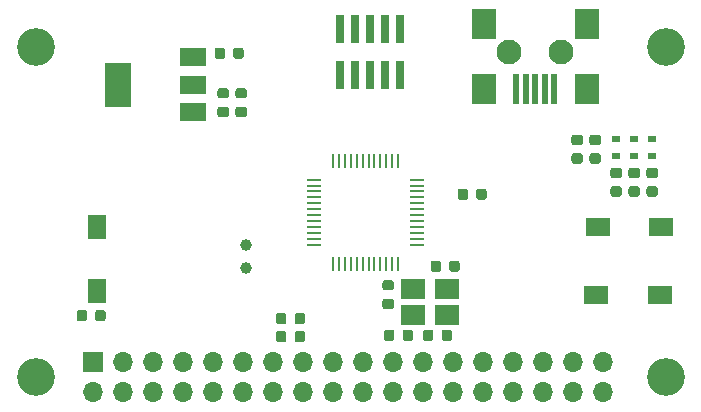
<source format=gts>
G04 #@! TF.GenerationSoftware,KiCad,Pcbnew,(5.0.0)*
G04 #@! TF.CreationDate,2018-09-15T00:01:03-04:00*
G04 #@! TF.ProjectId,EFMPod,45464D506F642E6B696361645F706362,rev?*
G04 #@! TF.SameCoordinates,Original*
G04 #@! TF.FileFunction,Soldermask,Top*
G04 #@! TF.FilePolarity,Negative*
%FSLAX46Y46*%
G04 Gerber Fmt 4.6, Leading zero omitted, Abs format (unit mm)*
G04 Created by KiCad (PCBNEW (5.0.0)) date 09/15/18 00:01:03*
%MOMM*%
%LPD*%
G01*
G04 APERTURE LIST*
%ADD10C,0.100000*%
%ADD11C,0.875000*%
%ADD12R,1.700000X1.700000*%
%ADD13O,1.700000X1.700000*%
%ADD14R,1.600000X2.000000*%
%ADD15R,2.000000X1.600000*%
%ADD16C,1.000000*%
%ADD17R,1.300000X0.250000*%
%ADD18R,0.250000X1.300000*%
%ADD19R,0.800000X0.600000*%
%ADD20R,2.000000X2.500000*%
%ADD21R,0.500000X2.500000*%
%ADD22C,2.100000*%
%ADD23R,2.200000X1.500000*%
%ADD24R,2.200000X3.800000*%
%ADD25C,3.200000*%
%ADD26R,0.740000X2.400000*%
%ADD27R,2.100000X1.800000*%
G04 APERTURE END LIST*
D10*
G04 #@! TO.C,C2*
G36*
X145375691Y-71154053D02*
X145396926Y-71157203D01*
X145417750Y-71162419D01*
X145437962Y-71169651D01*
X145457368Y-71178830D01*
X145475781Y-71189866D01*
X145493024Y-71202654D01*
X145508930Y-71217070D01*
X145523346Y-71232976D01*
X145536134Y-71250219D01*
X145547170Y-71268632D01*
X145556349Y-71288038D01*
X145563581Y-71308250D01*
X145568797Y-71329074D01*
X145571947Y-71350309D01*
X145573000Y-71371750D01*
X145573000Y-71884250D01*
X145571947Y-71905691D01*
X145568797Y-71926926D01*
X145563581Y-71947750D01*
X145556349Y-71967962D01*
X145547170Y-71987368D01*
X145536134Y-72005781D01*
X145523346Y-72023024D01*
X145508930Y-72038930D01*
X145493024Y-72053346D01*
X145475781Y-72066134D01*
X145457368Y-72077170D01*
X145437962Y-72086349D01*
X145417750Y-72093581D01*
X145396926Y-72098797D01*
X145375691Y-72101947D01*
X145354250Y-72103000D01*
X144916750Y-72103000D01*
X144895309Y-72101947D01*
X144874074Y-72098797D01*
X144853250Y-72093581D01*
X144833038Y-72086349D01*
X144813632Y-72077170D01*
X144795219Y-72066134D01*
X144777976Y-72053346D01*
X144762070Y-72038930D01*
X144747654Y-72023024D01*
X144734866Y-72005781D01*
X144723830Y-71987368D01*
X144714651Y-71967962D01*
X144707419Y-71947750D01*
X144702203Y-71926926D01*
X144699053Y-71905691D01*
X144698000Y-71884250D01*
X144698000Y-71371750D01*
X144699053Y-71350309D01*
X144702203Y-71329074D01*
X144707419Y-71308250D01*
X144714651Y-71288038D01*
X144723830Y-71268632D01*
X144734866Y-71250219D01*
X144747654Y-71232976D01*
X144762070Y-71217070D01*
X144777976Y-71202654D01*
X144795219Y-71189866D01*
X144813632Y-71178830D01*
X144833038Y-71169651D01*
X144853250Y-71162419D01*
X144874074Y-71157203D01*
X144895309Y-71154053D01*
X144916750Y-71153000D01*
X145354250Y-71153000D01*
X145375691Y-71154053D01*
X145375691Y-71154053D01*
G37*
D11*
X145135500Y-71628000D03*
D10*
G36*
X146950691Y-71154053D02*
X146971926Y-71157203D01*
X146992750Y-71162419D01*
X147012962Y-71169651D01*
X147032368Y-71178830D01*
X147050781Y-71189866D01*
X147068024Y-71202654D01*
X147083930Y-71217070D01*
X147098346Y-71232976D01*
X147111134Y-71250219D01*
X147122170Y-71268632D01*
X147131349Y-71288038D01*
X147138581Y-71308250D01*
X147143797Y-71329074D01*
X147146947Y-71350309D01*
X147148000Y-71371750D01*
X147148000Y-71884250D01*
X147146947Y-71905691D01*
X147143797Y-71926926D01*
X147138581Y-71947750D01*
X147131349Y-71967962D01*
X147122170Y-71987368D01*
X147111134Y-72005781D01*
X147098346Y-72023024D01*
X147083930Y-72038930D01*
X147068024Y-72053346D01*
X147050781Y-72066134D01*
X147032368Y-72077170D01*
X147012962Y-72086349D01*
X146992750Y-72093581D01*
X146971926Y-72098797D01*
X146950691Y-72101947D01*
X146929250Y-72103000D01*
X146491750Y-72103000D01*
X146470309Y-72101947D01*
X146449074Y-72098797D01*
X146428250Y-72093581D01*
X146408038Y-72086349D01*
X146388632Y-72077170D01*
X146370219Y-72066134D01*
X146352976Y-72053346D01*
X146337070Y-72038930D01*
X146322654Y-72023024D01*
X146309866Y-72005781D01*
X146298830Y-71987368D01*
X146289651Y-71967962D01*
X146282419Y-71947750D01*
X146277203Y-71926926D01*
X146274053Y-71905691D01*
X146273000Y-71884250D01*
X146273000Y-71371750D01*
X146274053Y-71350309D01*
X146277203Y-71329074D01*
X146282419Y-71308250D01*
X146289651Y-71288038D01*
X146298830Y-71268632D01*
X146309866Y-71250219D01*
X146322654Y-71232976D01*
X146337070Y-71217070D01*
X146352976Y-71202654D01*
X146370219Y-71189866D01*
X146388632Y-71178830D01*
X146408038Y-71169651D01*
X146428250Y-71162419D01*
X146449074Y-71157203D01*
X146470309Y-71154053D01*
X146491750Y-71153000D01*
X146929250Y-71153000D01*
X146950691Y-71154053D01*
X146950691Y-71154053D01*
G37*
D11*
X146710500Y-71628000D03*
G04 #@! TD*
D10*
G04 #@! TO.C,C3*
G36*
X147216691Y-76170053D02*
X147237926Y-76173203D01*
X147258750Y-76178419D01*
X147278962Y-76185651D01*
X147298368Y-76194830D01*
X147316781Y-76205866D01*
X147334024Y-76218654D01*
X147349930Y-76233070D01*
X147364346Y-76248976D01*
X147377134Y-76266219D01*
X147388170Y-76284632D01*
X147397349Y-76304038D01*
X147404581Y-76324250D01*
X147409797Y-76345074D01*
X147412947Y-76366309D01*
X147414000Y-76387750D01*
X147414000Y-76825250D01*
X147412947Y-76846691D01*
X147409797Y-76867926D01*
X147404581Y-76888750D01*
X147397349Y-76908962D01*
X147388170Y-76928368D01*
X147377134Y-76946781D01*
X147364346Y-76964024D01*
X147349930Y-76979930D01*
X147334024Y-76994346D01*
X147316781Y-77007134D01*
X147298368Y-77018170D01*
X147278962Y-77027349D01*
X147258750Y-77034581D01*
X147237926Y-77039797D01*
X147216691Y-77042947D01*
X147195250Y-77044000D01*
X146682750Y-77044000D01*
X146661309Y-77042947D01*
X146640074Y-77039797D01*
X146619250Y-77034581D01*
X146599038Y-77027349D01*
X146579632Y-77018170D01*
X146561219Y-77007134D01*
X146543976Y-76994346D01*
X146528070Y-76979930D01*
X146513654Y-76964024D01*
X146500866Y-76946781D01*
X146489830Y-76928368D01*
X146480651Y-76908962D01*
X146473419Y-76888750D01*
X146468203Y-76867926D01*
X146465053Y-76846691D01*
X146464000Y-76825250D01*
X146464000Y-76387750D01*
X146465053Y-76366309D01*
X146468203Y-76345074D01*
X146473419Y-76324250D01*
X146480651Y-76304038D01*
X146489830Y-76284632D01*
X146500866Y-76266219D01*
X146513654Y-76248976D01*
X146528070Y-76233070D01*
X146543976Y-76218654D01*
X146561219Y-76205866D01*
X146579632Y-76194830D01*
X146599038Y-76185651D01*
X146619250Y-76178419D01*
X146640074Y-76173203D01*
X146661309Y-76170053D01*
X146682750Y-76169000D01*
X147195250Y-76169000D01*
X147216691Y-76170053D01*
X147216691Y-76170053D01*
G37*
D11*
X146939000Y-76606500D03*
D10*
G36*
X147216691Y-74595053D02*
X147237926Y-74598203D01*
X147258750Y-74603419D01*
X147278962Y-74610651D01*
X147298368Y-74619830D01*
X147316781Y-74630866D01*
X147334024Y-74643654D01*
X147349930Y-74658070D01*
X147364346Y-74673976D01*
X147377134Y-74691219D01*
X147388170Y-74709632D01*
X147397349Y-74729038D01*
X147404581Y-74749250D01*
X147409797Y-74770074D01*
X147412947Y-74791309D01*
X147414000Y-74812750D01*
X147414000Y-75250250D01*
X147412947Y-75271691D01*
X147409797Y-75292926D01*
X147404581Y-75313750D01*
X147397349Y-75333962D01*
X147388170Y-75353368D01*
X147377134Y-75371781D01*
X147364346Y-75389024D01*
X147349930Y-75404930D01*
X147334024Y-75419346D01*
X147316781Y-75432134D01*
X147298368Y-75443170D01*
X147278962Y-75452349D01*
X147258750Y-75459581D01*
X147237926Y-75464797D01*
X147216691Y-75467947D01*
X147195250Y-75469000D01*
X146682750Y-75469000D01*
X146661309Y-75467947D01*
X146640074Y-75464797D01*
X146619250Y-75459581D01*
X146599038Y-75452349D01*
X146579632Y-75443170D01*
X146561219Y-75432134D01*
X146543976Y-75419346D01*
X146528070Y-75404930D01*
X146513654Y-75389024D01*
X146500866Y-75371781D01*
X146489830Y-75353368D01*
X146480651Y-75333962D01*
X146473419Y-75313750D01*
X146468203Y-75292926D01*
X146465053Y-75271691D01*
X146464000Y-75250250D01*
X146464000Y-74812750D01*
X146465053Y-74791309D01*
X146468203Y-74770074D01*
X146473419Y-74749250D01*
X146480651Y-74729038D01*
X146489830Y-74709632D01*
X146500866Y-74691219D01*
X146513654Y-74673976D01*
X146528070Y-74658070D01*
X146543976Y-74643654D01*
X146561219Y-74630866D01*
X146579632Y-74619830D01*
X146599038Y-74610651D01*
X146619250Y-74603419D01*
X146640074Y-74598203D01*
X146661309Y-74595053D01*
X146682750Y-74594000D01*
X147195250Y-74594000D01*
X147216691Y-74595053D01*
X147216691Y-74595053D01*
G37*
D11*
X146939000Y-75031500D03*
G04 #@! TD*
D10*
G04 #@! TO.C,C4*
G36*
X145692691Y-74595053D02*
X145713926Y-74598203D01*
X145734750Y-74603419D01*
X145754962Y-74610651D01*
X145774368Y-74619830D01*
X145792781Y-74630866D01*
X145810024Y-74643654D01*
X145825930Y-74658070D01*
X145840346Y-74673976D01*
X145853134Y-74691219D01*
X145864170Y-74709632D01*
X145873349Y-74729038D01*
X145880581Y-74749250D01*
X145885797Y-74770074D01*
X145888947Y-74791309D01*
X145890000Y-74812750D01*
X145890000Y-75250250D01*
X145888947Y-75271691D01*
X145885797Y-75292926D01*
X145880581Y-75313750D01*
X145873349Y-75333962D01*
X145864170Y-75353368D01*
X145853134Y-75371781D01*
X145840346Y-75389024D01*
X145825930Y-75404930D01*
X145810024Y-75419346D01*
X145792781Y-75432134D01*
X145774368Y-75443170D01*
X145754962Y-75452349D01*
X145734750Y-75459581D01*
X145713926Y-75464797D01*
X145692691Y-75467947D01*
X145671250Y-75469000D01*
X145158750Y-75469000D01*
X145137309Y-75467947D01*
X145116074Y-75464797D01*
X145095250Y-75459581D01*
X145075038Y-75452349D01*
X145055632Y-75443170D01*
X145037219Y-75432134D01*
X145019976Y-75419346D01*
X145004070Y-75404930D01*
X144989654Y-75389024D01*
X144976866Y-75371781D01*
X144965830Y-75353368D01*
X144956651Y-75333962D01*
X144949419Y-75313750D01*
X144944203Y-75292926D01*
X144941053Y-75271691D01*
X144940000Y-75250250D01*
X144940000Y-74812750D01*
X144941053Y-74791309D01*
X144944203Y-74770074D01*
X144949419Y-74749250D01*
X144956651Y-74729038D01*
X144965830Y-74709632D01*
X144976866Y-74691219D01*
X144989654Y-74673976D01*
X145004070Y-74658070D01*
X145019976Y-74643654D01*
X145037219Y-74630866D01*
X145055632Y-74619830D01*
X145075038Y-74610651D01*
X145095250Y-74603419D01*
X145116074Y-74598203D01*
X145137309Y-74595053D01*
X145158750Y-74594000D01*
X145671250Y-74594000D01*
X145692691Y-74595053D01*
X145692691Y-74595053D01*
G37*
D11*
X145415000Y-75031500D03*
D10*
G36*
X145692691Y-76170053D02*
X145713926Y-76173203D01*
X145734750Y-76178419D01*
X145754962Y-76185651D01*
X145774368Y-76194830D01*
X145792781Y-76205866D01*
X145810024Y-76218654D01*
X145825930Y-76233070D01*
X145840346Y-76248976D01*
X145853134Y-76266219D01*
X145864170Y-76284632D01*
X145873349Y-76304038D01*
X145880581Y-76324250D01*
X145885797Y-76345074D01*
X145888947Y-76366309D01*
X145890000Y-76387750D01*
X145890000Y-76825250D01*
X145888947Y-76846691D01*
X145885797Y-76867926D01*
X145880581Y-76888750D01*
X145873349Y-76908962D01*
X145864170Y-76928368D01*
X145853134Y-76946781D01*
X145840346Y-76964024D01*
X145825930Y-76979930D01*
X145810024Y-76994346D01*
X145792781Y-77007134D01*
X145774368Y-77018170D01*
X145754962Y-77027349D01*
X145734750Y-77034581D01*
X145713926Y-77039797D01*
X145692691Y-77042947D01*
X145671250Y-77044000D01*
X145158750Y-77044000D01*
X145137309Y-77042947D01*
X145116074Y-77039797D01*
X145095250Y-77034581D01*
X145075038Y-77027349D01*
X145055632Y-77018170D01*
X145037219Y-77007134D01*
X145019976Y-76994346D01*
X145004070Y-76979930D01*
X144989654Y-76964024D01*
X144976866Y-76946781D01*
X144965830Y-76928368D01*
X144956651Y-76908962D01*
X144949419Y-76888750D01*
X144944203Y-76867926D01*
X144941053Y-76846691D01*
X144940000Y-76825250D01*
X144940000Y-76387750D01*
X144941053Y-76366309D01*
X144944203Y-76345074D01*
X144949419Y-76324250D01*
X144956651Y-76304038D01*
X144965830Y-76284632D01*
X144976866Y-76266219D01*
X144989654Y-76248976D01*
X145004070Y-76233070D01*
X145019976Y-76218654D01*
X145037219Y-76205866D01*
X145055632Y-76194830D01*
X145075038Y-76185651D01*
X145095250Y-76178419D01*
X145116074Y-76173203D01*
X145137309Y-76170053D01*
X145158750Y-76169000D01*
X145671250Y-76169000D01*
X145692691Y-76170053D01*
X145692691Y-76170053D01*
G37*
D11*
X145415000Y-76606500D03*
G04 #@! TD*
D10*
G04 #@! TO.C,C15*
G36*
X165949691Y-83092053D02*
X165970926Y-83095203D01*
X165991750Y-83100419D01*
X166011962Y-83107651D01*
X166031368Y-83116830D01*
X166049781Y-83127866D01*
X166067024Y-83140654D01*
X166082930Y-83155070D01*
X166097346Y-83170976D01*
X166110134Y-83188219D01*
X166121170Y-83206632D01*
X166130349Y-83226038D01*
X166137581Y-83246250D01*
X166142797Y-83267074D01*
X166145947Y-83288309D01*
X166147000Y-83309750D01*
X166147000Y-83822250D01*
X166145947Y-83843691D01*
X166142797Y-83864926D01*
X166137581Y-83885750D01*
X166130349Y-83905962D01*
X166121170Y-83925368D01*
X166110134Y-83943781D01*
X166097346Y-83961024D01*
X166082930Y-83976930D01*
X166067024Y-83991346D01*
X166049781Y-84004134D01*
X166031368Y-84015170D01*
X166011962Y-84024349D01*
X165991750Y-84031581D01*
X165970926Y-84036797D01*
X165949691Y-84039947D01*
X165928250Y-84041000D01*
X165490750Y-84041000D01*
X165469309Y-84039947D01*
X165448074Y-84036797D01*
X165427250Y-84031581D01*
X165407038Y-84024349D01*
X165387632Y-84015170D01*
X165369219Y-84004134D01*
X165351976Y-83991346D01*
X165336070Y-83976930D01*
X165321654Y-83961024D01*
X165308866Y-83943781D01*
X165297830Y-83925368D01*
X165288651Y-83905962D01*
X165281419Y-83885750D01*
X165276203Y-83864926D01*
X165273053Y-83843691D01*
X165272000Y-83822250D01*
X165272000Y-83309750D01*
X165273053Y-83288309D01*
X165276203Y-83267074D01*
X165281419Y-83246250D01*
X165288651Y-83226038D01*
X165297830Y-83206632D01*
X165308866Y-83188219D01*
X165321654Y-83170976D01*
X165336070Y-83155070D01*
X165351976Y-83140654D01*
X165369219Y-83127866D01*
X165387632Y-83116830D01*
X165407038Y-83107651D01*
X165427250Y-83100419D01*
X165448074Y-83095203D01*
X165469309Y-83092053D01*
X165490750Y-83091000D01*
X165928250Y-83091000D01*
X165949691Y-83092053D01*
X165949691Y-83092053D01*
G37*
D11*
X165709500Y-83566000D03*
D10*
G36*
X167524691Y-83092053D02*
X167545926Y-83095203D01*
X167566750Y-83100419D01*
X167586962Y-83107651D01*
X167606368Y-83116830D01*
X167624781Y-83127866D01*
X167642024Y-83140654D01*
X167657930Y-83155070D01*
X167672346Y-83170976D01*
X167685134Y-83188219D01*
X167696170Y-83206632D01*
X167705349Y-83226038D01*
X167712581Y-83246250D01*
X167717797Y-83267074D01*
X167720947Y-83288309D01*
X167722000Y-83309750D01*
X167722000Y-83822250D01*
X167720947Y-83843691D01*
X167717797Y-83864926D01*
X167712581Y-83885750D01*
X167705349Y-83905962D01*
X167696170Y-83925368D01*
X167685134Y-83943781D01*
X167672346Y-83961024D01*
X167657930Y-83976930D01*
X167642024Y-83991346D01*
X167624781Y-84004134D01*
X167606368Y-84015170D01*
X167586962Y-84024349D01*
X167566750Y-84031581D01*
X167545926Y-84036797D01*
X167524691Y-84039947D01*
X167503250Y-84041000D01*
X167065750Y-84041000D01*
X167044309Y-84039947D01*
X167023074Y-84036797D01*
X167002250Y-84031581D01*
X166982038Y-84024349D01*
X166962632Y-84015170D01*
X166944219Y-84004134D01*
X166926976Y-83991346D01*
X166911070Y-83976930D01*
X166896654Y-83961024D01*
X166883866Y-83943781D01*
X166872830Y-83925368D01*
X166863651Y-83905962D01*
X166856419Y-83885750D01*
X166851203Y-83864926D01*
X166848053Y-83843691D01*
X166847000Y-83822250D01*
X166847000Y-83309750D01*
X166848053Y-83288309D01*
X166851203Y-83267074D01*
X166856419Y-83246250D01*
X166863651Y-83226038D01*
X166872830Y-83206632D01*
X166883866Y-83188219D01*
X166896654Y-83170976D01*
X166911070Y-83155070D01*
X166926976Y-83140654D01*
X166944219Y-83127866D01*
X166962632Y-83116830D01*
X166982038Y-83107651D01*
X167002250Y-83100419D01*
X167023074Y-83095203D01*
X167044309Y-83092053D01*
X167065750Y-83091000D01*
X167503250Y-83091000D01*
X167524691Y-83092053D01*
X167524691Y-83092053D01*
G37*
D11*
X167284500Y-83566000D03*
G04 #@! TD*
D10*
G04 #@! TO.C,C16*
G36*
X163663691Y-89188053D02*
X163684926Y-89191203D01*
X163705750Y-89196419D01*
X163725962Y-89203651D01*
X163745368Y-89212830D01*
X163763781Y-89223866D01*
X163781024Y-89236654D01*
X163796930Y-89251070D01*
X163811346Y-89266976D01*
X163824134Y-89284219D01*
X163835170Y-89302632D01*
X163844349Y-89322038D01*
X163851581Y-89342250D01*
X163856797Y-89363074D01*
X163859947Y-89384309D01*
X163861000Y-89405750D01*
X163861000Y-89918250D01*
X163859947Y-89939691D01*
X163856797Y-89960926D01*
X163851581Y-89981750D01*
X163844349Y-90001962D01*
X163835170Y-90021368D01*
X163824134Y-90039781D01*
X163811346Y-90057024D01*
X163796930Y-90072930D01*
X163781024Y-90087346D01*
X163763781Y-90100134D01*
X163745368Y-90111170D01*
X163725962Y-90120349D01*
X163705750Y-90127581D01*
X163684926Y-90132797D01*
X163663691Y-90135947D01*
X163642250Y-90137000D01*
X163204750Y-90137000D01*
X163183309Y-90135947D01*
X163162074Y-90132797D01*
X163141250Y-90127581D01*
X163121038Y-90120349D01*
X163101632Y-90111170D01*
X163083219Y-90100134D01*
X163065976Y-90087346D01*
X163050070Y-90072930D01*
X163035654Y-90057024D01*
X163022866Y-90039781D01*
X163011830Y-90021368D01*
X163002651Y-90001962D01*
X162995419Y-89981750D01*
X162990203Y-89960926D01*
X162987053Y-89939691D01*
X162986000Y-89918250D01*
X162986000Y-89405750D01*
X162987053Y-89384309D01*
X162990203Y-89363074D01*
X162995419Y-89342250D01*
X163002651Y-89322038D01*
X163011830Y-89302632D01*
X163022866Y-89284219D01*
X163035654Y-89266976D01*
X163050070Y-89251070D01*
X163065976Y-89236654D01*
X163083219Y-89223866D01*
X163101632Y-89212830D01*
X163121038Y-89203651D01*
X163141250Y-89196419D01*
X163162074Y-89191203D01*
X163183309Y-89188053D01*
X163204750Y-89187000D01*
X163642250Y-89187000D01*
X163663691Y-89188053D01*
X163663691Y-89188053D01*
G37*
D11*
X163423500Y-89662000D03*
D10*
G36*
X165238691Y-89188053D02*
X165259926Y-89191203D01*
X165280750Y-89196419D01*
X165300962Y-89203651D01*
X165320368Y-89212830D01*
X165338781Y-89223866D01*
X165356024Y-89236654D01*
X165371930Y-89251070D01*
X165386346Y-89266976D01*
X165399134Y-89284219D01*
X165410170Y-89302632D01*
X165419349Y-89322038D01*
X165426581Y-89342250D01*
X165431797Y-89363074D01*
X165434947Y-89384309D01*
X165436000Y-89405750D01*
X165436000Y-89918250D01*
X165434947Y-89939691D01*
X165431797Y-89960926D01*
X165426581Y-89981750D01*
X165419349Y-90001962D01*
X165410170Y-90021368D01*
X165399134Y-90039781D01*
X165386346Y-90057024D01*
X165371930Y-90072930D01*
X165356024Y-90087346D01*
X165338781Y-90100134D01*
X165320368Y-90111170D01*
X165300962Y-90120349D01*
X165280750Y-90127581D01*
X165259926Y-90132797D01*
X165238691Y-90135947D01*
X165217250Y-90137000D01*
X164779750Y-90137000D01*
X164758309Y-90135947D01*
X164737074Y-90132797D01*
X164716250Y-90127581D01*
X164696038Y-90120349D01*
X164676632Y-90111170D01*
X164658219Y-90100134D01*
X164640976Y-90087346D01*
X164625070Y-90072930D01*
X164610654Y-90057024D01*
X164597866Y-90039781D01*
X164586830Y-90021368D01*
X164577651Y-90001962D01*
X164570419Y-89981750D01*
X164565203Y-89960926D01*
X164562053Y-89939691D01*
X164561000Y-89918250D01*
X164561000Y-89405750D01*
X164562053Y-89384309D01*
X164565203Y-89363074D01*
X164570419Y-89342250D01*
X164577651Y-89322038D01*
X164586830Y-89302632D01*
X164597866Y-89284219D01*
X164610654Y-89266976D01*
X164625070Y-89251070D01*
X164640976Y-89236654D01*
X164658219Y-89223866D01*
X164676632Y-89212830D01*
X164696038Y-89203651D01*
X164716250Y-89196419D01*
X164737074Y-89191203D01*
X164758309Y-89188053D01*
X164779750Y-89187000D01*
X165217250Y-89187000D01*
X165238691Y-89188053D01*
X165238691Y-89188053D01*
G37*
D11*
X164998500Y-89662000D03*
G04 #@! TD*
D10*
G04 #@! TO.C,C18*
G36*
X159662691Y-92426053D02*
X159683926Y-92429203D01*
X159704750Y-92434419D01*
X159724962Y-92441651D01*
X159744368Y-92450830D01*
X159762781Y-92461866D01*
X159780024Y-92474654D01*
X159795930Y-92489070D01*
X159810346Y-92504976D01*
X159823134Y-92522219D01*
X159834170Y-92540632D01*
X159843349Y-92560038D01*
X159850581Y-92580250D01*
X159855797Y-92601074D01*
X159858947Y-92622309D01*
X159860000Y-92643750D01*
X159860000Y-93081250D01*
X159858947Y-93102691D01*
X159855797Y-93123926D01*
X159850581Y-93144750D01*
X159843349Y-93164962D01*
X159834170Y-93184368D01*
X159823134Y-93202781D01*
X159810346Y-93220024D01*
X159795930Y-93235930D01*
X159780024Y-93250346D01*
X159762781Y-93263134D01*
X159744368Y-93274170D01*
X159724962Y-93283349D01*
X159704750Y-93290581D01*
X159683926Y-93295797D01*
X159662691Y-93298947D01*
X159641250Y-93300000D01*
X159128750Y-93300000D01*
X159107309Y-93298947D01*
X159086074Y-93295797D01*
X159065250Y-93290581D01*
X159045038Y-93283349D01*
X159025632Y-93274170D01*
X159007219Y-93263134D01*
X158989976Y-93250346D01*
X158974070Y-93235930D01*
X158959654Y-93220024D01*
X158946866Y-93202781D01*
X158935830Y-93184368D01*
X158926651Y-93164962D01*
X158919419Y-93144750D01*
X158914203Y-93123926D01*
X158911053Y-93102691D01*
X158910000Y-93081250D01*
X158910000Y-92643750D01*
X158911053Y-92622309D01*
X158914203Y-92601074D01*
X158919419Y-92580250D01*
X158926651Y-92560038D01*
X158935830Y-92540632D01*
X158946866Y-92522219D01*
X158959654Y-92504976D01*
X158974070Y-92489070D01*
X158989976Y-92474654D01*
X159007219Y-92461866D01*
X159025632Y-92450830D01*
X159045038Y-92441651D01*
X159065250Y-92434419D01*
X159086074Y-92429203D01*
X159107309Y-92426053D01*
X159128750Y-92425000D01*
X159641250Y-92425000D01*
X159662691Y-92426053D01*
X159662691Y-92426053D01*
G37*
D11*
X159385000Y-92862500D03*
D10*
G36*
X159662691Y-90851053D02*
X159683926Y-90854203D01*
X159704750Y-90859419D01*
X159724962Y-90866651D01*
X159744368Y-90875830D01*
X159762781Y-90886866D01*
X159780024Y-90899654D01*
X159795930Y-90914070D01*
X159810346Y-90929976D01*
X159823134Y-90947219D01*
X159834170Y-90965632D01*
X159843349Y-90985038D01*
X159850581Y-91005250D01*
X159855797Y-91026074D01*
X159858947Y-91047309D01*
X159860000Y-91068750D01*
X159860000Y-91506250D01*
X159858947Y-91527691D01*
X159855797Y-91548926D01*
X159850581Y-91569750D01*
X159843349Y-91589962D01*
X159834170Y-91609368D01*
X159823134Y-91627781D01*
X159810346Y-91645024D01*
X159795930Y-91660930D01*
X159780024Y-91675346D01*
X159762781Y-91688134D01*
X159744368Y-91699170D01*
X159724962Y-91708349D01*
X159704750Y-91715581D01*
X159683926Y-91720797D01*
X159662691Y-91723947D01*
X159641250Y-91725000D01*
X159128750Y-91725000D01*
X159107309Y-91723947D01*
X159086074Y-91720797D01*
X159065250Y-91715581D01*
X159045038Y-91708349D01*
X159025632Y-91699170D01*
X159007219Y-91688134D01*
X158989976Y-91675346D01*
X158974070Y-91660930D01*
X158959654Y-91645024D01*
X158946866Y-91627781D01*
X158935830Y-91609368D01*
X158926651Y-91589962D01*
X158919419Y-91569750D01*
X158914203Y-91548926D01*
X158911053Y-91527691D01*
X158910000Y-91506250D01*
X158910000Y-91068750D01*
X158911053Y-91047309D01*
X158914203Y-91026074D01*
X158919419Y-91005250D01*
X158926651Y-90985038D01*
X158935830Y-90965632D01*
X158946866Y-90947219D01*
X158959654Y-90929976D01*
X158974070Y-90914070D01*
X158989976Y-90899654D01*
X159007219Y-90886866D01*
X159025632Y-90875830D01*
X159045038Y-90866651D01*
X159065250Y-90859419D01*
X159086074Y-90854203D01*
X159107309Y-90851053D01*
X159128750Y-90850000D01*
X159641250Y-90850000D01*
X159662691Y-90851053D01*
X159662691Y-90851053D01*
G37*
D11*
X159385000Y-91287500D03*
G04 #@! TD*
D12*
G04 #@! TO.C,J3*
X134366000Y-97790000D03*
D13*
X134366000Y-100330000D03*
X136906000Y-97790000D03*
X136906000Y-100330000D03*
X139446000Y-97790000D03*
X139446000Y-100330000D03*
X141986000Y-97790000D03*
X141986000Y-100330000D03*
X144526000Y-97790000D03*
X144526000Y-100330000D03*
X147066000Y-97790000D03*
X147066000Y-100330000D03*
X149606000Y-97790000D03*
X149606000Y-100330000D03*
X152146000Y-97790000D03*
X152146000Y-100330000D03*
X154686000Y-97790000D03*
X154686000Y-100330000D03*
X157226000Y-97790000D03*
X157226000Y-100330000D03*
X159766000Y-97790000D03*
X159766000Y-100330000D03*
X162306000Y-97790000D03*
X162306000Y-100330000D03*
X164846000Y-97790000D03*
X164846000Y-100330000D03*
X167386000Y-97790000D03*
X167386000Y-100330000D03*
X169926000Y-97790000D03*
X169926000Y-100330000D03*
X172466000Y-97790000D03*
X172466000Y-100330000D03*
X175006000Y-97790000D03*
X175006000Y-100330000D03*
X177546000Y-97790000D03*
X177546000Y-100330000D03*
G04 #@! TD*
D10*
G04 #@! TO.C,R1*
G36*
X135266691Y-93379053D02*
X135287926Y-93382203D01*
X135308750Y-93387419D01*
X135328962Y-93394651D01*
X135348368Y-93403830D01*
X135366781Y-93414866D01*
X135384024Y-93427654D01*
X135399930Y-93442070D01*
X135414346Y-93457976D01*
X135427134Y-93475219D01*
X135438170Y-93493632D01*
X135447349Y-93513038D01*
X135454581Y-93533250D01*
X135459797Y-93554074D01*
X135462947Y-93575309D01*
X135464000Y-93596750D01*
X135464000Y-94109250D01*
X135462947Y-94130691D01*
X135459797Y-94151926D01*
X135454581Y-94172750D01*
X135447349Y-94192962D01*
X135438170Y-94212368D01*
X135427134Y-94230781D01*
X135414346Y-94248024D01*
X135399930Y-94263930D01*
X135384024Y-94278346D01*
X135366781Y-94291134D01*
X135348368Y-94302170D01*
X135328962Y-94311349D01*
X135308750Y-94318581D01*
X135287926Y-94323797D01*
X135266691Y-94326947D01*
X135245250Y-94328000D01*
X134807750Y-94328000D01*
X134786309Y-94326947D01*
X134765074Y-94323797D01*
X134744250Y-94318581D01*
X134724038Y-94311349D01*
X134704632Y-94302170D01*
X134686219Y-94291134D01*
X134668976Y-94278346D01*
X134653070Y-94263930D01*
X134638654Y-94248024D01*
X134625866Y-94230781D01*
X134614830Y-94212368D01*
X134605651Y-94192962D01*
X134598419Y-94172750D01*
X134593203Y-94151926D01*
X134590053Y-94130691D01*
X134589000Y-94109250D01*
X134589000Y-93596750D01*
X134590053Y-93575309D01*
X134593203Y-93554074D01*
X134598419Y-93533250D01*
X134605651Y-93513038D01*
X134614830Y-93493632D01*
X134625866Y-93475219D01*
X134638654Y-93457976D01*
X134653070Y-93442070D01*
X134668976Y-93427654D01*
X134686219Y-93414866D01*
X134704632Y-93403830D01*
X134724038Y-93394651D01*
X134744250Y-93387419D01*
X134765074Y-93382203D01*
X134786309Y-93379053D01*
X134807750Y-93378000D01*
X135245250Y-93378000D01*
X135266691Y-93379053D01*
X135266691Y-93379053D01*
G37*
D11*
X135026500Y-93853000D03*
D10*
G36*
X133691691Y-93379053D02*
X133712926Y-93382203D01*
X133733750Y-93387419D01*
X133753962Y-93394651D01*
X133773368Y-93403830D01*
X133791781Y-93414866D01*
X133809024Y-93427654D01*
X133824930Y-93442070D01*
X133839346Y-93457976D01*
X133852134Y-93475219D01*
X133863170Y-93493632D01*
X133872349Y-93513038D01*
X133879581Y-93533250D01*
X133884797Y-93554074D01*
X133887947Y-93575309D01*
X133889000Y-93596750D01*
X133889000Y-94109250D01*
X133887947Y-94130691D01*
X133884797Y-94151926D01*
X133879581Y-94172750D01*
X133872349Y-94192962D01*
X133863170Y-94212368D01*
X133852134Y-94230781D01*
X133839346Y-94248024D01*
X133824930Y-94263930D01*
X133809024Y-94278346D01*
X133791781Y-94291134D01*
X133773368Y-94302170D01*
X133753962Y-94311349D01*
X133733750Y-94318581D01*
X133712926Y-94323797D01*
X133691691Y-94326947D01*
X133670250Y-94328000D01*
X133232750Y-94328000D01*
X133211309Y-94326947D01*
X133190074Y-94323797D01*
X133169250Y-94318581D01*
X133149038Y-94311349D01*
X133129632Y-94302170D01*
X133111219Y-94291134D01*
X133093976Y-94278346D01*
X133078070Y-94263930D01*
X133063654Y-94248024D01*
X133050866Y-94230781D01*
X133039830Y-94212368D01*
X133030651Y-94192962D01*
X133023419Y-94172750D01*
X133018203Y-94151926D01*
X133015053Y-94130691D01*
X133014000Y-94109250D01*
X133014000Y-93596750D01*
X133015053Y-93575309D01*
X133018203Y-93554074D01*
X133023419Y-93533250D01*
X133030651Y-93513038D01*
X133039830Y-93493632D01*
X133050866Y-93475219D01*
X133063654Y-93457976D01*
X133078070Y-93442070D01*
X133093976Y-93427654D01*
X133111219Y-93414866D01*
X133129632Y-93403830D01*
X133149038Y-93394651D01*
X133169250Y-93387419D01*
X133190074Y-93382203D01*
X133211309Y-93379053D01*
X133232750Y-93378000D01*
X133670250Y-93378000D01*
X133691691Y-93379053D01*
X133691691Y-93379053D01*
G37*
D11*
X133451500Y-93853000D03*
G04 #@! TD*
D10*
G04 #@! TO.C,R6*
G36*
X159726691Y-95030053D02*
X159747926Y-95033203D01*
X159768750Y-95038419D01*
X159788962Y-95045651D01*
X159808368Y-95054830D01*
X159826781Y-95065866D01*
X159844024Y-95078654D01*
X159859930Y-95093070D01*
X159874346Y-95108976D01*
X159887134Y-95126219D01*
X159898170Y-95144632D01*
X159907349Y-95164038D01*
X159914581Y-95184250D01*
X159919797Y-95205074D01*
X159922947Y-95226309D01*
X159924000Y-95247750D01*
X159924000Y-95760250D01*
X159922947Y-95781691D01*
X159919797Y-95802926D01*
X159914581Y-95823750D01*
X159907349Y-95843962D01*
X159898170Y-95863368D01*
X159887134Y-95881781D01*
X159874346Y-95899024D01*
X159859930Y-95914930D01*
X159844024Y-95929346D01*
X159826781Y-95942134D01*
X159808368Y-95953170D01*
X159788962Y-95962349D01*
X159768750Y-95969581D01*
X159747926Y-95974797D01*
X159726691Y-95977947D01*
X159705250Y-95979000D01*
X159267750Y-95979000D01*
X159246309Y-95977947D01*
X159225074Y-95974797D01*
X159204250Y-95969581D01*
X159184038Y-95962349D01*
X159164632Y-95953170D01*
X159146219Y-95942134D01*
X159128976Y-95929346D01*
X159113070Y-95914930D01*
X159098654Y-95899024D01*
X159085866Y-95881781D01*
X159074830Y-95863368D01*
X159065651Y-95843962D01*
X159058419Y-95823750D01*
X159053203Y-95802926D01*
X159050053Y-95781691D01*
X159049000Y-95760250D01*
X159049000Y-95247750D01*
X159050053Y-95226309D01*
X159053203Y-95205074D01*
X159058419Y-95184250D01*
X159065651Y-95164038D01*
X159074830Y-95144632D01*
X159085866Y-95126219D01*
X159098654Y-95108976D01*
X159113070Y-95093070D01*
X159128976Y-95078654D01*
X159146219Y-95065866D01*
X159164632Y-95054830D01*
X159184038Y-95045651D01*
X159204250Y-95038419D01*
X159225074Y-95033203D01*
X159246309Y-95030053D01*
X159267750Y-95029000D01*
X159705250Y-95029000D01*
X159726691Y-95030053D01*
X159726691Y-95030053D01*
G37*
D11*
X159486500Y-95504000D03*
D10*
G36*
X161301691Y-95030053D02*
X161322926Y-95033203D01*
X161343750Y-95038419D01*
X161363962Y-95045651D01*
X161383368Y-95054830D01*
X161401781Y-95065866D01*
X161419024Y-95078654D01*
X161434930Y-95093070D01*
X161449346Y-95108976D01*
X161462134Y-95126219D01*
X161473170Y-95144632D01*
X161482349Y-95164038D01*
X161489581Y-95184250D01*
X161494797Y-95205074D01*
X161497947Y-95226309D01*
X161499000Y-95247750D01*
X161499000Y-95760250D01*
X161497947Y-95781691D01*
X161494797Y-95802926D01*
X161489581Y-95823750D01*
X161482349Y-95843962D01*
X161473170Y-95863368D01*
X161462134Y-95881781D01*
X161449346Y-95899024D01*
X161434930Y-95914930D01*
X161419024Y-95929346D01*
X161401781Y-95942134D01*
X161383368Y-95953170D01*
X161363962Y-95962349D01*
X161343750Y-95969581D01*
X161322926Y-95974797D01*
X161301691Y-95977947D01*
X161280250Y-95979000D01*
X160842750Y-95979000D01*
X160821309Y-95977947D01*
X160800074Y-95974797D01*
X160779250Y-95969581D01*
X160759038Y-95962349D01*
X160739632Y-95953170D01*
X160721219Y-95942134D01*
X160703976Y-95929346D01*
X160688070Y-95914930D01*
X160673654Y-95899024D01*
X160660866Y-95881781D01*
X160649830Y-95863368D01*
X160640651Y-95843962D01*
X160633419Y-95823750D01*
X160628203Y-95802926D01*
X160625053Y-95781691D01*
X160624000Y-95760250D01*
X160624000Y-95247750D01*
X160625053Y-95226309D01*
X160628203Y-95205074D01*
X160633419Y-95184250D01*
X160640651Y-95164038D01*
X160649830Y-95144632D01*
X160660866Y-95126219D01*
X160673654Y-95108976D01*
X160688070Y-95093070D01*
X160703976Y-95078654D01*
X160721219Y-95065866D01*
X160739632Y-95054830D01*
X160759038Y-95045651D01*
X160779250Y-95038419D01*
X160800074Y-95033203D01*
X160821309Y-95030053D01*
X160842750Y-95029000D01*
X161280250Y-95029000D01*
X161301691Y-95030053D01*
X161301691Y-95030053D01*
G37*
D11*
X161061500Y-95504000D03*
G04 #@! TD*
D10*
G04 #@! TO.C,R7*
G36*
X164603691Y-95030053D02*
X164624926Y-95033203D01*
X164645750Y-95038419D01*
X164665962Y-95045651D01*
X164685368Y-95054830D01*
X164703781Y-95065866D01*
X164721024Y-95078654D01*
X164736930Y-95093070D01*
X164751346Y-95108976D01*
X164764134Y-95126219D01*
X164775170Y-95144632D01*
X164784349Y-95164038D01*
X164791581Y-95184250D01*
X164796797Y-95205074D01*
X164799947Y-95226309D01*
X164801000Y-95247750D01*
X164801000Y-95760250D01*
X164799947Y-95781691D01*
X164796797Y-95802926D01*
X164791581Y-95823750D01*
X164784349Y-95843962D01*
X164775170Y-95863368D01*
X164764134Y-95881781D01*
X164751346Y-95899024D01*
X164736930Y-95914930D01*
X164721024Y-95929346D01*
X164703781Y-95942134D01*
X164685368Y-95953170D01*
X164665962Y-95962349D01*
X164645750Y-95969581D01*
X164624926Y-95974797D01*
X164603691Y-95977947D01*
X164582250Y-95979000D01*
X164144750Y-95979000D01*
X164123309Y-95977947D01*
X164102074Y-95974797D01*
X164081250Y-95969581D01*
X164061038Y-95962349D01*
X164041632Y-95953170D01*
X164023219Y-95942134D01*
X164005976Y-95929346D01*
X163990070Y-95914930D01*
X163975654Y-95899024D01*
X163962866Y-95881781D01*
X163951830Y-95863368D01*
X163942651Y-95843962D01*
X163935419Y-95823750D01*
X163930203Y-95802926D01*
X163927053Y-95781691D01*
X163926000Y-95760250D01*
X163926000Y-95247750D01*
X163927053Y-95226309D01*
X163930203Y-95205074D01*
X163935419Y-95184250D01*
X163942651Y-95164038D01*
X163951830Y-95144632D01*
X163962866Y-95126219D01*
X163975654Y-95108976D01*
X163990070Y-95093070D01*
X164005976Y-95078654D01*
X164023219Y-95065866D01*
X164041632Y-95054830D01*
X164061038Y-95045651D01*
X164081250Y-95038419D01*
X164102074Y-95033203D01*
X164123309Y-95030053D01*
X164144750Y-95029000D01*
X164582250Y-95029000D01*
X164603691Y-95030053D01*
X164603691Y-95030053D01*
G37*
D11*
X164363500Y-95504000D03*
D10*
G36*
X163028691Y-95030053D02*
X163049926Y-95033203D01*
X163070750Y-95038419D01*
X163090962Y-95045651D01*
X163110368Y-95054830D01*
X163128781Y-95065866D01*
X163146024Y-95078654D01*
X163161930Y-95093070D01*
X163176346Y-95108976D01*
X163189134Y-95126219D01*
X163200170Y-95144632D01*
X163209349Y-95164038D01*
X163216581Y-95184250D01*
X163221797Y-95205074D01*
X163224947Y-95226309D01*
X163226000Y-95247750D01*
X163226000Y-95760250D01*
X163224947Y-95781691D01*
X163221797Y-95802926D01*
X163216581Y-95823750D01*
X163209349Y-95843962D01*
X163200170Y-95863368D01*
X163189134Y-95881781D01*
X163176346Y-95899024D01*
X163161930Y-95914930D01*
X163146024Y-95929346D01*
X163128781Y-95942134D01*
X163110368Y-95953170D01*
X163090962Y-95962349D01*
X163070750Y-95969581D01*
X163049926Y-95974797D01*
X163028691Y-95977947D01*
X163007250Y-95979000D01*
X162569750Y-95979000D01*
X162548309Y-95977947D01*
X162527074Y-95974797D01*
X162506250Y-95969581D01*
X162486038Y-95962349D01*
X162466632Y-95953170D01*
X162448219Y-95942134D01*
X162430976Y-95929346D01*
X162415070Y-95914930D01*
X162400654Y-95899024D01*
X162387866Y-95881781D01*
X162376830Y-95863368D01*
X162367651Y-95843962D01*
X162360419Y-95823750D01*
X162355203Y-95802926D01*
X162352053Y-95781691D01*
X162351000Y-95760250D01*
X162351000Y-95247750D01*
X162352053Y-95226309D01*
X162355203Y-95205074D01*
X162360419Y-95184250D01*
X162367651Y-95164038D01*
X162376830Y-95144632D01*
X162387866Y-95126219D01*
X162400654Y-95108976D01*
X162415070Y-95093070D01*
X162430976Y-95078654D01*
X162448219Y-95065866D01*
X162466632Y-95054830D01*
X162486038Y-95045651D01*
X162506250Y-95038419D01*
X162527074Y-95033203D01*
X162548309Y-95030053D01*
X162569750Y-95029000D01*
X163007250Y-95029000D01*
X163028691Y-95030053D01*
X163028691Y-95030053D01*
G37*
D11*
X162788500Y-95504000D03*
G04 #@! TD*
D10*
G04 #@! TO.C,R8*
G36*
X152157691Y-95157053D02*
X152178926Y-95160203D01*
X152199750Y-95165419D01*
X152219962Y-95172651D01*
X152239368Y-95181830D01*
X152257781Y-95192866D01*
X152275024Y-95205654D01*
X152290930Y-95220070D01*
X152305346Y-95235976D01*
X152318134Y-95253219D01*
X152329170Y-95271632D01*
X152338349Y-95291038D01*
X152345581Y-95311250D01*
X152350797Y-95332074D01*
X152353947Y-95353309D01*
X152355000Y-95374750D01*
X152355000Y-95887250D01*
X152353947Y-95908691D01*
X152350797Y-95929926D01*
X152345581Y-95950750D01*
X152338349Y-95970962D01*
X152329170Y-95990368D01*
X152318134Y-96008781D01*
X152305346Y-96026024D01*
X152290930Y-96041930D01*
X152275024Y-96056346D01*
X152257781Y-96069134D01*
X152239368Y-96080170D01*
X152219962Y-96089349D01*
X152199750Y-96096581D01*
X152178926Y-96101797D01*
X152157691Y-96104947D01*
X152136250Y-96106000D01*
X151698750Y-96106000D01*
X151677309Y-96104947D01*
X151656074Y-96101797D01*
X151635250Y-96096581D01*
X151615038Y-96089349D01*
X151595632Y-96080170D01*
X151577219Y-96069134D01*
X151559976Y-96056346D01*
X151544070Y-96041930D01*
X151529654Y-96026024D01*
X151516866Y-96008781D01*
X151505830Y-95990368D01*
X151496651Y-95970962D01*
X151489419Y-95950750D01*
X151484203Y-95929926D01*
X151481053Y-95908691D01*
X151480000Y-95887250D01*
X151480000Y-95374750D01*
X151481053Y-95353309D01*
X151484203Y-95332074D01*
X151489419Y-95311250D01*
X151496651Y-95291038D01*
X151505830Y-95271632D01*
X151516866Y-95253219D01*
X151529654Y-95235976D01*
X151544070Y-95220070D01*
X151559976Y-95205654D01*
X151577219Y-95192866D01*
X151595632Y-95181830D01*
X151615038Y-95172651D01*
X151635250Y-95165419D01*
X151656074Y-95160203D01*
X151677309Y-95157053D01*
X151698750Y-95156000D01*
X152136250Y-95156000D01*
X152157691Y-95157053D01*
X152157691Y-95157053D01*
G37*
D11*
X151917500Y-95631000D03*
D10*
G36*
X150582691Y-95157053D02*
X150603926Y-95160203D01*
X150624750Y-95165419D01*
X150644962Y-95172651D01*
X150664368Y-95181830D01*
X150682781Y-95192866D01*
X150700024Y-95205654D01*
X150715930Y-95220070D01*
X150730346Y-95235976D01*
X150743134Y-95253219D01*
X150754170Y-95271632D01*
X150763349Y-95291038D01*
X150770581Y-95311250D01*
X150775797Y-95332074D01*
X150778947Y-95353309D01*
X150780000Y-95374750D01*
X150780000Y-95887250D01*
X150778947Y-95908691D01*
X150775797Y-95929926D01*
X150770581Y-95950750D01*
X150763349Y-95970962D01*
X150754170Y-95990368D01*
X150743134Y-96008781D01*
X150730346Y-96026024D01*
X150715930Y-96041930D01*
X150700024Y-96056346D01*
X150682781Y-96069134D01*
X150664368Y-96080170D01*
X150644962Y-96089349D01*
X150624750Y-96096581D01*
X150603926Y-96101797D01*
X150582691Y-96104947D01*
X150561250Y-96106000D01*
X150123750Y-96106000D01*
X150102309Y-96104947D01*
X150081074Y-96101797D01*
X150060250Y-96096581D01*
X150040038Y-96089349D01*
X150020632Y-96080170D01*
X150002219Y-96069134D01*
X149984976Y-96056346D01*
X149969070Y-96041930D01*
X149954654Y-96026024D01*
X149941866Y-96008781D01*
X149930830Y-95990368D01*
X149921651Y-95970962D01*
X149914419Y-95950750D01*
X149909203Y-95929926D01*
X149906053Y-95908691D01*
X149905000Y-95887250D01*
X149905000Y-95374750D01*
X149906053Y-95353309D01*
X149909203Y-95332074D01*
X149914419Y-95311250D01*
X149921651Y-95291038D01*
X149930830Y-95271632D01*
X149941866Y-95253219D01*
X149954654Y-95235976D01*
X149969070Y-95220070D01*
X149984976Y-95205654D01*
X150002219Y-95192866D01*
X150020632Y-95181830D01*
X150040038Y-95172651D01*
X150060250Y-95165419D01*
X150081074Y-95160203D01*
X150102309Y-95157053D01*
X150123750Y-95156000D01*
X150561250Y-95156000D01*
X150582691Y-95157053D01*
X150582691Y-95157053D01*
G37*
D11*
X150342500Y-95631000D03*
G04 #@! TD*
D10*
G04 #@! TO.C,R9*
G36*
X150582691Y-93633053D02*
X150603926Y-93636203D01*
X150624750Y-93641419D01*
X150644962Y-93648651D01*
X150664368Y-93657830D01*
X150682781Y-93668866D01*
X150700024Y-93681654D01*
X150715930Y-93696070D01*
X150730346Y-93711976D01*
X150743134Y-93729219D01*
X150754170Y-93747632D01*
X150763349Y-93767038D01*
X150770581Y-93787250D01*
X150775797Y-93808074D01*
X150778947Y-93829309D01*
X150780000Y-93850750D01*
X150780000Y-94363250D01*
X150778947Y-94384691D01*
X150775797Y-94405926D01*
X150770581Y-94426750D01*
X150763349Y-94446962D01*
X150754170Y-94466368D01*
X150743134Y-94484781D01*
X150730346Y-94502024D01*
X150715930Y-94517930D01*
X150700024Y-94532346D01*
X150682781Y-94545134D01*
X150664368Y-94556170D01*
X150644962Y-94565349D01*
X150624750Y-94572581D01*
X150603926Y-94577797D01*
X150582691Y-94580947D01*
X150561250Y-94582000D01*
X150123750Y-94582000D01*
X150102309Y-94580947D01*
X150081074Y-94577797D01*
X150060250Y-94572581D01*
X150040038Y-94565349D01*
X150020632Y-94556170D01*
X150002219Y-94545134D01*
X149984976Y-94532346D01*
X149969070Y-94517930D01*
X149954654Y-94502024D01*
X149941866Y-94484781D01*
X149930830Y-94466368D01*
X149921651Y-94446962D01*
X149914419Y-94426750D01*
X149909203Y-94405926D01*
X149906053Y-94384691D01*
X149905000Y-94363250D01*
X149905000Y-93850750D01*
X149906053Y-93829309D01*
X149909203Y-93808074D01*
X149914419Y-93787250D01*
X149921651Y-93767038D01*
X149930830Y-93747632D01*
X149941866Y-93729219D01*
X149954654Y-93711976D01*
X149969070Y-93696070D01*
X149984976Y-93681654D01*
X150002219Y-93668866D01*
X150020632Y-93657830D01*
X150040038Y-93648651D01*
X150060250Y-93641419D01*
X150081074Y-93636203D01*
X150102309Y-93633053D01*
X150123750Y-93632000D01*
X150561250Y-93632000D01*
X150582691Y-93633053D01*
X150582691Y-93633053D01*
G37*
D11*
X150342500Y-94107000D03*
D10*
G36*
X152157691Y-93633053D02*
X152178926Y-93636203D01*
X152199750Y-93641419D01*
X152219962Y-93648651D01*
X152239368Y-93657830D01*
X152257781Y-93668866D01*
X152275024Y-93681654D01*
X152290930Y-93696070D01*
X152305346Y-93711976D01*
X152318134Y-93729219D01*
X152329170Y-93747632D01*
X152338349Y-93767038D01*
X152345581Y-93787250D01*
X152350797Y-93808074D01*
X152353947Y-93829309D01*
X152355000Y-93850750D01*
X152355000Y-94363250D01*
X152353947Y-94384691D01*
X152350797Y-94405926D01*
X152345581Y-94426750D01*
X152338349Y-94446962D01*
X152329170Y-94466368D01*
X152318134Y-94484781D01*
X152305346Y-94502024D01*
X152290930Y-94517930D01*
X152275024Y-94532346D01*
X152257781Y-94545134D01*
X152239368Y-94556170D01*
X152219962Y-94565349D01*
X152199750Y-94572581D01*
X152178926Y-94577797D01*
X152157691Y-94580947D01*
X152136250Y-94582000D01*
X151698750Y-94582000D01*
X151677309Y-94580947D01*
X151656074Y-94577797D01*
X151635250Y-94572581D01*
X151615038Y-94565349D01*
X151595632Y-94556170D01*
X151577219Y-94545134D01*
X151559976Y-94532346D01*
X151544070Y-94517930D01*
X151529654Y-94502024D01*
X151516866Y-94484781D01*
X151505830Y-94466368D01*
X151496651Y-94446962D01*
X151489419Y-94426750D01*
X151484203Y-94405926D01*
X151481053Y-94384691D01*
X151480000Y-94363250D01*
X151480000Y-93850750D01*
X151481053Y-93829309D01*
X151484203Y-93808074D01*
X151489419Y-93787250D01*
X151496651Y-93767038D01*
X151505830Y-93747632D01*
X151516866Y-93729219D01*
X151529654Y-93711976D01*
X151544070Y-93696070D01*
X151559976Y-93681654D01*
X151577219Y-93668866D01*
X151595632Y-93657830D01*
X151615038Y-93648651D01*
X151635250Y-93641419D01*
X151656074Y-93636203D01*
X151677309Y-93633053D01*
X151698750Y-93632000D01*
X152136250Y-93632000D01*
X152157691Y-93633053D01*
X152157691Y-93633053D01*
G37*
D11*
X151917500Y-94107000D03*
G04 #@! TD*
D10*
G04 #@! TO.C,R10*
G36*
X180490691Y-82901053D02*
X180511926Y-82904203D01*
X180532750Y-82909419D01*
X180552962Y-82916651D01*
X180572368Y-82925830D01*
X180590781Y-82936866D01*
X180608024Y-82949654D01*
X180623930Y-82964070D01*
X180638346Y-82979976D01*
X180651134Y-82997219D01*
X180662170Y-83015632D01*
X180671349Y-83035038D01*
X180678581Y-83055250D01*
X180683797Y-83076074D01*
X180686947Y-83097309D01*
X180688000Y-83118750D01*
X180688000Y-83556250D01*
X180686947Y-83577691D01*
X180683797Y-83598926D01*
X180678581Y-83619750D01*
X180671349Y-83639962D01*
X180662170Y-83659368D01*
X180651134Y-83677781D01*
X180638346Y-83695024D01*
X180623930Y-83710930D01*
X180608024Y-83725346D01*
X180590781Y-83738134D01*
X180572368Y-83749170D01*
X180552962Y-83758349D01*
X180532750Y-83765581D01*
X180511926Y-83770797D01*
X180490691Y-83773947D01*
X180469250Y-83775000D01*
X179956750Y-83775000D01*
X179935309Y-83773947D01*
X179914074Y-83770797D01*
X179893250Y-83765581D01*
X179873038Y-83758349D01*
X179853632Y-83749170D01*
X179835219Y-83738134D01*
X179817976Y-83725346D01*
X179802070Y-83710930D01*
X179787654Y-83695024D01*
X179774866Y-83677781D01*
X179763830Y-83659368D01*
X179754651Y-83639962D01*
X179747419Y-83619750D01*
X179742203Y-83598926D01*
X179739053Y-83577691D01*
X179738000Y-83556250D01*
X179738000Y-83118750D01*
X179739053Y-83097309D01*
X179742203Y-83076074D01*
X179747419Y-83055250D01*
X179754651Y-83035038D01*
X179763830Y-83015632D01*
X179774866Y-82997219D01*
X179787654Y-82979976D01*
X179802070Y-82964070D01*
X179817976Y-82949654D01*
X179835219Y-82936866D01*
X179853632Y-82925830D01*
X179873038Y-82916651D01*
X179893250Y-82909419D01*
X179914074Y-82904203D01*
X179935309Y-82901053D01*
X179956750Y-82900000D01*
X180469250Y-82900000D01*
X180490691Y-82901053D01*
X180490691Y-82901053D01*
G37*
D11*
X180213000Y-83337500D03*
D10*
G36*
X180490691Y-81326053D02*
X180511926Y-81329203D01*
X180532750Y-81334419D01*
X180552962Y-81341651D01*
X180572368Y-81350830D01*
X180590781Y-81361866D01*
X180608024Y-81374654D01*
X180623930Y-81389070D01*
X180638346Y-81404976D01*
X180651134Y-81422219D01*
X180662170Y-81440632D01*
X180671349Y-81460038D01*
X180678581Y-81480250D01*
X180683797Y-81501074D01*
X180686947Y-81522309D01*
X180688000Y-81543750D01*
X180688000Y-81981250D01*
X180686947Y-82002691D01*
X180683797Y-82023926D01*
X180678581Y-82044750D01*
X180671349Y-82064962D01*
X180662170Y-82084368D01*
X180651134Y-82102781D01*
X180638346Y-82120024D01*
X180623930Y-82135930D01*
X180608024Y-82150346D01*
X180590781Y-82163134D01*
X180572368Y-82174170D01*
X180552962Y-82183349D01*
X180532750Y-82190581D01*
X180511926Y-82195797D01*
X180490691Y-82198947D01*
X180469250Y-82200000D01*
X179956750Y-82200000D01*
X179935309Y-82198947D01*
X179914074Y-82195797D01*
X179893250Y-82190581D01*
X179873038Y-82183349D01*
X179853632Y-82174170D01*
X179835219Y-82163134D01*
X179817976Y-82150346D01*
X179802070Y-82135930D01*
X179787654Y-82120024D01*
X179774866Y-82102781D01*
X179763830Y-82084368D01*
X179754651Y-82064962D01*
X179747419Y-82044750D01*
X179742203Y-82023926D01*
X179739053Y-82002691D01*
X179738000Y-81981250D01*
X179738000Y-81543750D01*
X179739053Y-81522309D01*
X179742203Y-81501074D01*
X179747419Y-81480250D01*
X179754651Y-81460038D01*
X179763830Y-81440632D01*
X179774866Y-81422219D01*
X179787654Y-81404976D01*
X179802070Y-81389070D01*
X179817976Y-81374654D01*
X179835219Y-81361866D01*
X179853632Y-81350830D01*
X179873038Y-81341651D01*
X179893250Y-81334419D01*
X179914074Y-81329203D01*
X179935309Y-81326053D01*
X179956750Y-81325000D01*
X180469250Y-81325000D01*
X180490691Y-81326053D01*
X180490691Y-81326053D01*
G37*
D11*
X180213000Y-81762500D03*
G04 #@! TD*
D10*
G04 #@! TO.C,R11*
G36*
X177188691Y-80107053D02*
X177209926Y-80110203D01*
X177230750Y-80115419D01*
X177250962Y-80122651D01*
X177270368Y-80131830D01*
X177288781Y-80142866D01*
X177306024Y-80155654D01*
X177321930Y-80170070D01*
X177336346Y-80185976D01*
X177349134Y-80203219D01*
X177360170Y-80221632D01*
X177369349Y-80241038D01*
X177376581Y-80261250D01*
X177381797Y-80282074D01*
X177384947Y-80303309D01*
X177386000Y-80324750D01*
X177386000Y-80762250D01*
X177384947Y-80783691D01*
X177381797Y-80804926D01*
X177376581Y-80825750D01*
X177369349Y-80845962D01*
X177360170Y-80865368D01*
X177349134Y-80883781D01*
X177336346Y-80901024D01*
X177321930Y-80916930D01*
X177306024Y-80931346D01*
X177288781Y-80944134D01*
X177270368Y-80955170D01*
X177250962Y-80964349D01*
X177230750Y-80971581D01*
X177209926Y-80976797D01*
X177188691Y-80979947D01*
X177167250Y-80981000D01*
X176654750Y-80981000D01*
X176633309Y-80979947D01*
X176612074Y-80976797D01*
X176591250Y-80971581D01*
X176571038Y-80964349D01*
X176551632Y-80955170D01*
X176533219Y-80944134D01*
X176515976Y-80931346D01*
X176500070Y-80916930D01*
X176485654Y-80901024D01*
X176472866Y-80883781D01*
X176461830Y-80865368D01*
X176452651Y-80845962D01*
X176445419Y-80825750D01*
X176440203Y-80804926D01*
X176437053Y-80783691D01*
X176436000Y-80762250D01*
X176436000Y-80324750D01*
X176437053Y-80303309D01*
X176440203Y-80282074D01*
X176445419Y-80261250D01*
X176452651Y-80241038D01*
X176461830Y-80221632D01*
X176472866Y-80203219D01*
X176485654Y-80185976D01*
X176500070Y-80170070D01*
X176515976Y-80155654D01*
X176533219Y-80142866D01*
X176551632Y-80131830D01*
X176571038Y-80122651D01*
X176591250Y-80115419D01*
X176612074Y-80110203D01*
X176633309Y-80107053D01*
X176654750Y-80106000D01*
X177167250Y-80106000D01*
X177188691Y-80107053D01*
X177188691Y-80107053D01*
G37*
D11*
X176911000Y-80543500D03*
D10*
G36*
X177188691Y-78532053D02*
X177209926Y-78535203D01*
X177230750Y-78540419D01*
X177250962Y-78547651D01*
X177270368Y-78556830D01*
X177288781Y-78567866D01*
X177306024Y-78580654D01*
X177321930Y-78595070D01*
X177336346Y-78610976D01*
X177349134Y-78628219D01*
X177360170Y-78646632D01*
X177369349Y-78666038D01*
X177376581Y-78686250D01*
X177381797Y-78707074D01*
X177384947Y-78728309D01*
X177386000Y-78749750D01*
X177386000Y-79187250D01*
X177384947Y-79208691D01*
X177381797Y-79229926D01*
X177376581Y-79250750D01*
X177369349Y-79270962D01*
X177360170Y-79290368D01*
X177349134Y-79308781D01*
X177336346Y-79326024D01*
X177321930Y-79341930D01*
X177306024Y-79356346D01*
X177288781Y-79369134D01*
X177270368Y-79380170D01*
X177250962Y-79389349D01*
X177230750Y-79396581D01*
X177209926Y-79401797D01*
X177188691Y-79404947D01*
X177167250Y-79406000D01*
X176654750Y-79406000D01*
X176633309Y-79404947D01*
X176612074Y-79401797D01*
X176591250Y-79396581D01*
X176571038Y-79389349D01*
X176551632Y-79380170D01*
X176533219Y-79369134D01*
X176515976Y-79356346D01*
X176500070Y-79341930D01*
X176485654Y-79326024D01*
X176472866Y-79308781D01*
X176461830Y-79290368D01*
X176452651Y-79270962D01*
X176445419Y-79250750D01*
X176440203Y-79229926D01*
X176437053Y-79208691D01*
X176436000Y-79187250D01*
X176436000Y-78749750D01*
X176437053Y-78728309D01*
X176440203Y-78707074D01*
X176445419Y-78686250D01*
X176452651Y-78666038D01*
X176461830Y-78646632D01*
X176472866Y-78628219D01*
X176485654Y-78610976D01*
X176500070Y-78595070D01*
X176515976Y-78580654D01*
X176533219Y-78567866D01*
X176551632Y-78556830D01*
X176571038Y-78547651D01*
X176591250Y-78540419D01*
X176612074Y-78535203D01*
X176633309Y-78532053D01*
X176654750Y-78531000D01*
X177167250Y-78531000D01*
X177188691Y-78532053D01*
X177188691Y-78532053D01*
G37*
D11*
X176911000Y-78968500D03*
G04 #@! TD*
D10*
G04 #@! TO.C,R12*
G36*
X178966691Y-81326053D02*
X178987926Y-81329203D01*
X179008750Y-81334419D01*
X179028962Y-81341651D01*
X179048368Y-81350830D01*
X179066781Y-81361866D01*
X179084024Y-81374654D01*
X179099930Y-81389070D01*
X179114346Y-81404976D01*
X179127134Y-81422219D01*
X179138170Y-81440632D01*
X179147349Y-81460038D01*
X179154581Y-81480250D01*
X179159797Y-81501074D01*
X179162947Y-81522309D01*
X179164000Y-81543750D01*
X179164000Y-81981250D01*
X179162947Y-82002691D01*
X179159797Y-82023926D01*
X179154581Y-82044750D01*
X179147349Y-82064962D01*
X179138170Y-82084368D01*
X179127134Y-82102781D01*
X179114346Y-82120024D01*
X179099930Y-82135930D01*
X179084024Y-82150346D01*
X179066781Y-82163134D01*
X179048368Y-82174170D01*
X179028962Y-82183349D01*
X179008750Y-82190581D01*
X178987926Y-82195797D01*
X178966691Y-82198947D01*
X178945250Y-82200000D01*
X178432750Y-82200000D01*
X178411309Y-82198947D01*
X178390074Y-82195797D01*
X178369250Y-82190581D01*
X178349038Y-82183349D01*
X178329632Y-82174170D01*
X178311219Y-82163134D01*
X178293976Y-82150346D01*
X178278070Y-82135930D01*
X178263654Y-82120024D01*
X178250866Y-82102781D01*
X178239830Y-82084368D01*
X178230651Y-82064962D01*
X178223419Y-82044750D01*
X178218203Y-82023926D01*
X178215053Y-82002691D01*
X178214000Y-81981250D01*
X178214000Y-81543750D01*
X178215053Y-81522309D01*
X178218203Y-81501074D01*
X178223419Y-81480250D01*
X178230651Y-81460038D01*
X178239830Y-81440632D01*
X178250866Y-81422219D01*
X178263654Y-81404976D01*
X178278070Y-81389070D01*
X178293976Y-81374654D01*
X178311219Y-81361866D01*
X178329632Y-81350830D01*
X178349038Y-81341651D01*
X178369250Y-81334419D01*
X178390074Y-81329203D01*
X178411309Y-81326053D01*
X178432750Y-81325000D01*
X178945250Y-81325000D01*
X178966691Y-81326053D01*
X178966691Y-81326053D01*
G37*
D11*
X178689000Y-81762500D03*
D10*
G36*
X178966691Y-82901053D02*
X178987926Y-82904203D01*
X179008750Y-82909419D01*
X179028962Y-82916651D01*
X179048368Y-82925830D01*
X179066781Y-82936866D01*
X179084024Y-82949654D01*
X179099930Y-82964070D01*
X179114346Y-82979976D01*
X179127134Y-82997219D01*
X179138170Y-83015632D01*
X179147349Y-83035038D01*
X179154581Y-83055250D01*
X179159797Y-83076074D01*
X179162947Y-83097309D01*
X179164000Y-83118750D01*
X179164000Y-83556250D01*
X179162947Y-83577691D01*
X179159797Y-83598926D01*
X179154581Y-83619750D01*
X179147349Y-83639962D01*
X179138170Y-83659368D01*
X179127134Y-83677781D01*
X179114346Y-83695024D01*
X179099930Y-83710930D01*
X179084024Y-83725346D01*
X179066781Y-83738134D01*
X179048368Y-83749170D01*
X179028962Y-83758349D01*
X179008750Y-83765581D01*
X178987926Y-83770797D01*
X178966691Y-83773947D01*
X178945250Y-83775000D01*
X178432750Y-83775000D01*
X178411309Y-83773947D01*
X178390074Y-83770797D01*
X178369250Y-83765581D01*
X178349038Y-83758349D01*
X178329632Y-83749170D01*
X178311219Y-83738134D01*
X178293976Y-83725346D01*
X178278070Y-83710930D01*
X178263654Y-83695024D01*
X178250866Y-83677781D01*
X178239830Y-83659368D01*
X178230651Y-83639962D01*
X178223419Y-83619750D01*
X178218203Y-83598926D01*
X178215053Y-83577691D01*
X178214000Y-83556250D01*
X178214000Y-83118750D01*
X178215053Y-83097309D01*
X178218203Y-83076074D01*
X178223419Y-83055250D01*
X178230651Y-83035038D01*
X178239830Y-83015632D01*
X178250866Y-82997219D01*
X178263654Y-82979976D01*
X178278070Y-82964070D01*
X178293976Y-82949654D01*
X178311219Y-82936866D01*
X178329632Y-82925830D01*
X178349038Y-82916651D01*
X178369250Y-82909419D01*
X178390074Y-82904203D01*
X178411309Y-82901053D01*
X178432750Y-82900000D01*
X178945250Y-82900000D01*
X178966691Y-82901053D01*
X178966691Y-82901053D01*
G37*
D11*
X178689000Y-83337500D03*
G04 #@! TD*
D10*
G04 #@! TO.C,R13*
G36*
X175664691Y-78532053D02*
X175685926Y-78535203D01*
X175706750Y-78540419D01*
X175726962Y-78547651D01*
X175746368Y-78556830D01*
X175764781Y-78567866D01*
X175782024Y-78580654D01*
X175797930Y-78595070D01*
X175812346Y-78610976D01*
X175825134Y-78628219D01*
X175836170Y-78646632D01*
X175845349Y-78666038D01*
X175852581Y-78686250D01*
X175857797Y-78707074D01*
X175860947Y-78728309D01*
X175862000Y-78749750D01*
X175862000Y-79187250D01*
X175860947Y-79208691D01*
X175857797Y-79229926D01*
X175852581Y-79250750D01*
X175845349Y-79270962D01*
X175836170Y-79290368D01*
X175825134Y-79308781D01*
X175812346Y-79326024D01*
X175797930Y-79341930D01*
X175782024Y-79356346D01*
X175764781Y-79369134D01*
X175746368Y-79380170D01*
X175726962Y-79389349D01*
X175706750Y-79396581D01*
X175685926Y-79401797D01*
X175664691Y-79404947D01*
X175643250Y-79406000D01*
X175130750Y-79406000D01*
X175109309Y-79404947D01*
X175088074Y-79401797D01*
X175067250Y-79396581D01*
X175047038Y-79389349D01*
X175027632Y-79380170D01*
X175009219Y-79369134D01*
X174991976Y-79356346D01*
X174976070Y-79341930D01*
X174961654Y-79326024D01*
X174948866Y-79308781D01*
X174937830Y-79290368D01*
X174928651Y-79270962D01*
X174921419Y-79250750D01*
X174916203Y-79229926D01*
X174913053Y-79208691D01*
X174912000Y-79187250D01*
X174912000Y-78749750D01*
X174913053Y-78728309D01*
X174916203Y-78707074D01*
X174921419Y-78686250D01*
X174928651Y-78666038D01*
X174937830Y-78646632D01*
X174948866Y-78628219D01*
X174961654Y-78610976D01*
X174976070Y-78595070D01*
X174991976Y-78580654D01*
X175009219Y-78567866D01*
X175027632Y-78556830D01*
X175047038Y-78547651D01*
X175067250Y-78540419D01*
X175088074Y-78535203D01*
X175109309Y-78532053D01*
X175130750Y-78531000D01*
X175643250Y-78531000D01*
X175664691Y-78532053D01*
X175664691Y-78532053D01*
G37*
D11*
X175387000Y-78968500D03*
D10*
G36*
X175664691Y-80107053D02*
X175685926Y-80110203D01*
X175706750Y-80115419D01*
X175726962Y-80122651D01*
X175746368Y-80131830D01*
X175764781Y-80142866D01*
X175782024Y-80155654D01*
X175797930Y-80170070D01*
X175812346Y-80185976D01*
X175825134Y-80203219D01*
X175836170Y-80221632D01*
X175845349Y-80241038D01*
X175852581Y-80261250D01*
X175857797Y-80282074D01*
X175860947Y-80303309D01*
X175862000Y-80324750D01*
X175862000Y-80762250D01*
X175860947Y-80783691D01*
X175857797Y-80804926D01*
X175852581Y-80825750D01*
X175845349Y-80845962D01*
X175836170Y-80865368D01*
X175825134Y-80883781D01*
X175812346Y-80901024D01*
X175797930Y-80916930D01*
X175782024Y-80931346D01*
X175764781Y-80944134D01*
X175746368Y-80955170D01*
X175726962Y-80964349D01*
X175706750Y-80971581D01*
X175685926Y-80976797D01*
X175664691Y-80979947D01*
X175643250Y-80981000D01*
X175130750Y-80981000D01*
X175109309Y-80979947D01*
X175088074Y-80976797D01*
X175067250Y-80971581D01*
X175047038Y-80964349D01*
X175027632Y-80955170D01*
X175009219Y-80944134D01*
X174991976Y-80931346D01*
X174976070Y-80916930D01*
X174961654Y-80901024D01*
X174948866Y-80883781D01*
X174937830Y-80865368D01*
X174928651Y-80845962D01*
X174921419Y-80825750D01*
X174916203Y-80804926D01*
X174913053Y-80783691D01*
X174912000Y-80762250D01*
X174912000Y-80324750D01*
X174913053Y-80303309D01*
X174916203Y-80282074D01*
X174921419Y-80261250D01*
X174928651Y-80241038D01*
X174937830Y-80221632D01*
X174948866Y-80203219D01*
X174961654Y-80185976D01*
X174976070Y-80170070D01*
X174991976Y-80155654D01*
X175009219Y-80142866D01*
X175027632Y-80131830D01*
X175047038Y-80122651D01*
X175067250Y-80115419D01*
X175088074Y-80110203D01*
X175109309Y-80107053D01*
X175130750Y-80106000D01*
X175643250Y-80106000D01*
X175664691Y-80107053D01*
X175664691Y-80107053D01*
G37*
D11*
X175387000Y-80543500D03*
G04 #@! TD*
D10*
G04 #@! TO.C,R14*
G36*
X182014691Y-81326053D02*
X182035926Y-81329203D01*
X182056750Y-81334419D01*
X182076962Y-81341651D01*
X182096368Y-81350830D01*
X182114781Y-81361866D01*
X182132024Y-81374654D01*
X182147930Y-81389070D01*
X182162346Y-81404976D01*
X182175134Y-81422219D01*
X182186170Y-81440632D01*
X182195349Y-81460038D01*
X182202581Y-81480250D01*
X182207797Y-81501074D01*
X182210947Y-81522309D01*
X182212000Y-81543750D01*
X182212000Y-81981250D01*
X182210947Y-82002691D01*
X182207797Y-82023926D01*
X182202581Y-82044750D01*
X182195349Y-82064962D01*
X182186170Y-82084368D01*
X182175134Y-82102781D01*
X182162346Y-82120024D01*
X182147930Y-82135930D01*
X182132024Y-82150346D01*
X182114781Y-82163134D01*
X182096368Y-82174170D01*
X182076962Y-82183349D01*
X182056750Y-82190581D01*
X182035926Y-82195797D01*
X182014691Y-82198947D01*
X181993250Y-82200000D01*
X181480750Y-82200000D01*
X181459309Y-82198947D01*
X181438074Y-82195797D01*
X181417250Y-82190581D01*
X181397038Y-82183349D01*
X181377632Y-82174170D01*
X181359219Y-82163134D01*
X181341976Y-82150346D01*
X181326070Y-82135930D01*
X181311654Y-82120024D01*
X181298866Y-82102781D01*
X181287830Y-82084368D01*
X181278651Y-82064962D01*
X181271419Y-82044750D01*
X181266203Y-82023926D01*
X181263053Y-82002691D01*
X181262000Y-81981250D01*
X181262000Y-81543750D01*
X181263053Y-81522309D01*
X181266203Y-81501074D01*
X181271419Y-81480250D01*
X181278651Y-81460038D01*
X181287830Y-81440632D01*
X181298866Y-81422219D01*
X181311654Y-81404976D01*
X181326070Y-81389070D01*
X181341976Y-81374654D01*
X181359219Y-81361866D01*
X181377632Y-81350830D01*
X181397038Y-81341651D01*
X181417250Y-81334419D01*
X181438074Y-81329203D01*
X181459309Y-81326053D01*
X181480750Y-81325000D01*
X181993250Y-81325000D01*
X182014691Y-81326053D01*
X182014691Y-81326053D01*
G37*
D11*
X181737000Y-81762500D03*
D10*
G36*
X182014691Y-82901053D02*
X182035926Y-82904203D01*
X182056750Y-82909419D01*
X182076962Y-82916651D01*
X182096368Y-82925830D01*
X182114781Y-82936866D01*
X182132024Y-82949654D01*
X182147930Y-82964070D01*
X182162346Y-82979976D01*
X182175134Y-82997219D01*
X182186170Y-83015632D01*
X182195349Y-83035038D01*
X182202581Y-83055250D01*
X182207797Y-83076074D01*
X182210947Y-83097309D01*
X182212000Y-83118750D01*
X182212000Y-83556250D01*
X182210947Y-83577691D01*
X182207797Y-83598926D01*
X182202581Y-83619750D01*
X182195349Y-83639962D01*
X182186170Y-83659368D01*
X182175134Y-83677781D01*
X182162346Y-83695024D01*
X182147930Y-83710930D01*
X182132024Y-83725346D01*
X182114781Y-83738134D01*
X182096368Y-83749170D01*
X182076962Y-83758349D01*
X182056750Y-83765581D01*
X182035926Y-83770797D01*
X182014691Y-83773947D01*
X181993250Y-83775000D01*
X181480750Y-83775000D01*
X181459309Y-83773947D01*
X181438074Y-83770797D01*
X181417250Y-83765581D01*
X181397038Y-83758349D01*
X181377632Y-83749170D01*
X181359219Y-83738134D01*
X181341976Y-83725346D01*
X181326070Y-83710930D01*
X181311654Y-83695024D01*
X181298866Y-83677781D01*
X181287830Y-83659368D01*
X181278651Y-83639962D01*
X181271419Y-83619750D01*
X181266203Y-83598926D01*
X181263053Y-83577691D01*
X181262000Y-83556250D01*
X181262000Y-83118750D01*
X181263053Y-83097309D01*
X181266203Y-83076074D01*
X181271419Y-83055250D01*
X181278651Y-83035038D01*
X181287830Y-83015632D01*
X181298866Y-82997219D01*
X181311654Y-82979976D01*
X181326070Y-82964070D01*
X181341976Y-82949654D01*
X181359219Y-82936866D01*
X181377632Y-82925830D01*
X181397038Y-82916651D01*
X181417250Y-82909419D01*
X181438074Y-82904203D01*
X181459309Y-82901053D01*
X181480750Y-82900000D01*
X181993250Y-82900000D01*
X182014691Y-82901053D01*
X182014691Y-82901053D01*
G37*
D11*
X181737000Y-83337500D03*
G04 #@! TD*
D14*
G04 #@! TO.C,SW1*
X134747000Y-91727000D03*
X134747000Y-86327000D03*
G04 #@! TD*
D15*
G04 #@! TO.C,SW2*
X182532000Y-86360000D03*
X177132000Y-86360000D03*
G04 #@! TD*
G04 #@! TO.C,SW3*
X182405000Y-92075000D03*
X177005000Y-92075000D03*
G04 #@! TD*
D16*
G04 #@! TO.C,Y2*
X147320000Y-89789000D03*
X147320000Y-87889000D03*
G04 #@! TD*
D17*
G04 #@! TO.C,U2*
X153130000Y-82340000D03*
X153130000Y-82840000D03*
X153130000Y-83340000D03*
X153130000Y-83840000D03*
X153130000Y-84340000D03*
X153130000Y-84840000D03*
X153130000Y-85340000D03*
X153130000Y-85840000D03*
X153130000Y-86340000D03*
X153130000Y-86840000D03*
X153130000Y-87340000D03*
X153130000Y-87840000D03*
D18*
X154730000Y-89440000D03*
X155230000Y-89440000D03*
X155730000Y-89440000D03*
X156230000Y-89440000D03*
X156730000Y-89440000D03*
X157230000Y-89440000D03*
X157730000Y-89440000D03*
X158230000Y-89440000D03*
X158730000Y-89440000D03*
X159230000Y-89440000D03*
X159730000Y-89440000D03*
X160230000Y-89440000D03*
D17*
X161830000Y-87840000D03*
X161830000Y-87340000D03*
X161830000Y-86840000D03*
X161830000Y-86340000D03*
X161830000Y-85840000D03*
X161830000Y-85340000D03*
X161830000Y-84840000D03*
X161830000Y-84340000D03*
X161830000Y-83840000D03*
X161830000Y-83340000D03*
X161830000Y-82840000D03*
X161830000Y-82340000D03*
D18*
X160230000Y-80740000D03*
X159730000Y-80740000D03*
X159230000Y-80740000D03*
X158730000Y-80740000D03*
X158230000Y-80740000D03*
X157730000Y-80740000D03*
X157230000Y-80740000D03*
X156730000Y-80740000D03*
X156230000Y-80740000D03*
X155730000Y-80740000D03*
X155230000Y-80740000D03*
X154730000Y-80740000D03*
G04 #@! TD*
D19*
G04 #@! TO.C,D1*
X180213000Y-80329000D03*
X180213000Y-78929000D03*
G04 #@! TD*
G04 #@! TO.C,D2*
X178689000Y-78929000D03*
X178689000Y-80329000D03*
G04 #@! TD*
G04 #@! TO.C,D3*
X181737000Y-80329000D03*
X181737000Y-78929000D03*
G04 #@! TD*
D20*
G04 #@! TO.C,J2*
X167471000Y-69172000D03*
X176191000Y-69172000D03*
X176191000Y-74652000D03*
X167471000Y-74652000D03*
D21*
X173431000Y-74652000D03*
X172631000Y-74652000D03*
X171831000Y-74652000D03*
X171031000Y-74652000D03*
X170231000Y-74652000D03*
D22*
X174031000Y-71542000D03*
X169631000Y-71542000D03*
G04 #@! TD*
D23*
G04 #@! TO.C,U1*
X142850000Y-71995000D03*
X142850000Y-74295000D03*
X142850000Y-76595000D03*
D24*
X136550000Y-74295000D03*
G04 #@! TD*
D25*
G04 #@! TO.C,REF\002A\002A*
X182880000Y-71120000D03*
G04 #@! TD*
G04 #@! TO.C,REF\002A\002A*
X129540000Y-71120000D03*
G04 #@! TD*
G04 #@! TO.C,REF\002A\002A*
X129540000Y-99060000D03*
G04 #@! TD*
G04 #@! TO.C,REF\002A\002A*
X182880000Y-99060000D03*
G04 #@! TD*
D26*
G04 #@! TO.C,J1*
X160401000Y-69551000D03*
X160401000Y-73451000D03*
X159131000Y-69551000D03*
X159131000Y-73451000D03*
X157861000Y-69551000D03*
X157861000Y-73451000D03*
X156591000Y-69551000D03*
X156591000Y-73451000D03*
X155321000Y-69551000D03*
X155321000Y-73451000D03*
G04 #@! TD*
D27*
G04 #@! TO.C,Y1*
X164391000Y-91610000D03*
X161491000Y-91610000D03*
X161491000Y-93810000D03*
X164391000Y-93810000D03*
G04 #@! TD*
M02*

</source>
